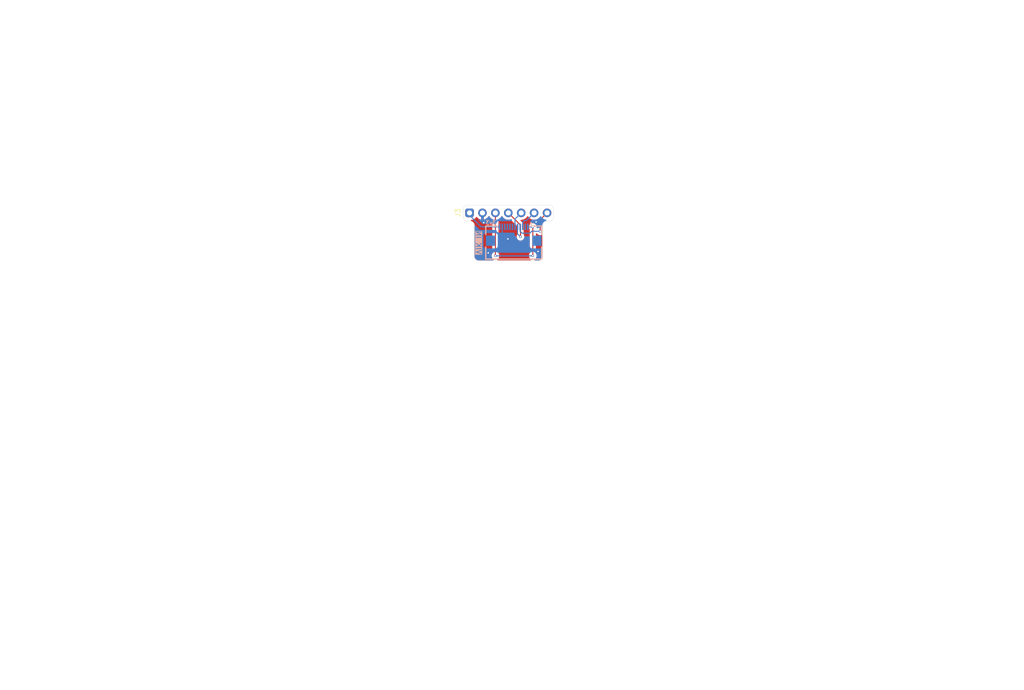
<source format=kicad_pcb>
(kicad_pcb (version 20221018) (generator pcbnew)
  (layers (0 "F.Cu" signal) (31 "B.Cu" signal) (34 "B.Paste" user) (35 "F.Paste" user) (36 "B.SilkS" user "B.Silkscreen") (37 "F.SilkS" user "F.Silkscreen") (38 "B.Mask" user) (39 "F.Mask" user) (44 "Edge.Cuts" user))
  (net 0 "")
  (net 1 "GND")
  (net 2 "+5V")
  (net 3 "rgb_led_in")
  (net 4 "GPIO_AD2")
  (net 5 "SDA")
  (net 6 "SCL")
  (net 7 "+3V3")
  (net 8 "MOSI")
  (net 9 "SPI_CS")
  (net 10 "MISO")
  (net 11 "SCLK")
  (net 12 "GPIO_AD1")
  (footprint "fingerpunch:Connector_THT_1x7_2.54" (layer "F.Cu") (at 170.695 100.425 90)
    (fp_text reference "J3" (at 0 -6.096 90) (layer "F.SilkS"))
    (fp_text value "Conn_01x07_Socket")
    (pad "1" thru_hole roundrect (at 0 -3.81 90) (size 1.7 1.7) (drill 1) (layers "*.Cu" "*.Mask") (net 7 "+3V3"))
    (pad "2" thru_hole oval (at 0 -1.27 90) (size 1.7 1.7) (drill 1) (layers "*.Cu" "*.Mask") (net 1 "GND"))
    (pad "3" thru_hole oval (at 0 1.27 90) (size 1.7 1.7) (drill 1) (layers "*.Cu" "*.Mask") (net 11 "SCLK"))
    (pad "4" thru_hole oval (at 0 3.81 90) (size 1.7 1.7) (drill 1) (layers "*.Cu" "*.Mask") (net 8 "MOSI"))
    (pad "5" thru_hole oval (at 0 6.35 90) (size 1.7 1.7) (drill 1) (layers "*.Cu" "*.Mask") (net 12 "GPIO_AD1"))
    (pad "6" thru_hole oval (at 0 8.89 90) (size 1.7 1.7) (drill 1) (layers "*.Cu" "*.Mask") (net 9 "SPI_CS"))
    (pad "7" thru_hole oval (at 0 11.43 90) (size 1.7 1.7) (drill 1) (layers "*.Cu" "*.Mask") (net 4 "GPIO_AD2"))
  )
  (footprint "vik:vik-module-connector-horizontal" (layer "B.Cu") (at 175.575 105.214 180)
    (fp_text reference "J1" hide)
    (fp_text value "~")
    (fp_text user "3v3" (at 3.375 2.414 unlocked) (layer "B.SilkS") (effects (font (size 0.75 0.75)) (justify left bottom mirror)))
    (fp_text user "VIK IN" (at 7.51 -3.45 270 unlocked) (layer "B.SilkS" knockout) (effects (justify left bottom mirror)))
    (fp_line (start -5.5 -4.295) (end -5.5 -1.912) (stroke (width 0.254)) (layer "B.SilkS"))
    (fp_line (start -5.5 0.539) (end -5.5 2.2) (stroke (width 0.254)) (layer "B.SilkS"))
    (fp_line (start -5.5 2.2) (end -3.131 2.2) (stroke (width 0.254)) (layer "B.SilkS"))
    (fp_line (start 5.5 -4.295) (end -5.5 -4.295) (stroke (width 0.254)) (layer "B.SilkS"))
    (fp_line (start 5.5 -4.295) (end 5.5 -1.912) (stroke (width 0.254)) (layer "B.SilkS"))
    (fp_line (start 5.5 0.539) (end 5.5 2.2) (stroke (width 0.254)) (layer "B.SilkS"))
    (fp_line (start 5.5 2.2) (end 3.131 2.2) (stroke (width 0.254)) (layer "B.SilkS"))
    (fp_circle (center -3.429 2.708) (end -3.302 2.708) (stroke (width 0.254)) (fill none) (layer "B.SilkS"))
    (pad "1" smd rect (at -2.75 2.038 180) (size 0.28 1.25) (layers "B.Cu" "B.Paste" "B.Mask") (net 11 "SCLK"))
    (pad "2" smd rect (at -2.25 2.038 180) (size 0.28 1.25) (layers "B.Cu" "B.Paste" "B.Mask") (net 10 "MISO"))
    (pad "3" smd rect (at -1.75 2.038 180) (size 0.28 1.25) (layers "B.Cu" "B.Paste" "B.Mask") (net 9 "SPI_CS"))
    (pad "4" smd rect (at -1.25 2.038 180) (size 0.28 1.25) (layers "B.Cu" "B.Paste" "B.Mask") (net 4 "GPIO_AD2"))
    (pad "5" smd rect (at -0.75 2.038 180) (size 0.28 1.25) (layers "B.Cu" "B.Paste" "B.Mask") (net 8 "MOSI"))
    (pad "6" smd rect (at -0.25 2.038 180) (size 0.28 1.25) (layers "B.Cu" "B.Paste" "B.Mask") (net 12 "GPIO_AD1"))
    (pad "7" smd rect (at 0.25 2.038 180) (size 0.28 1.25) (layers "B.Cu" "B.Paste" "B.Mask") (net 2 "+5V"))
    (pad "8" smd rect (at 0.75 2.038 180) (size 0.28 1.25) (layers "B.Cu" "B.Paste" "B.Mask") (net 3 "rgb_led_in"))
    (pad "9" smd rect (at 1.25 2.038 180) (size 0.28 1.25) (layers "B.Cu" "B.Paste" "B.Mask") (net 6 "SCL"))
    (pad "10" smd rect (at 1.75 2.038 180) (size 0.28 1.25) (layers "B.Cu" "B.Paste" "B.Mask") (net 5 "SDA"))
    (pad "11" smd rect (at 2.25 2.038 180) (size 0.28 1.25) (layers "B.Cu" "B.Paste" "B.Mask") (net 1 "GND"))
    (pad "12" smd rect (at 2.75 2.038 180) (size 0.28 1.25) (layers "B.Cu" "B.Paste" "B.Mask") (net 7 "+3V3"))
    (pad "13" smd rect (at 4.55 -0.686 180) (size 1.8 2) (layers "B.Cu" "B.Paste" "B.Mask"))
    (pad "14" smd rect (at -4.55 -0.686 180) (size 1.8 2) (layers "B.Cu" "B.Paste" "B.Mask"))
  )
  (gr_line (start 166.9 102.1) (end 166.5 102.1) (stroke (width 0.05)) (layer "Edge.Cuts"))
  (gr_line (start 168.65 109.875) (end 180.425 109.875) (stroke (width 0.05)) (layer "Edge.Cuts"))
  (gr_line (start 181.3 102.975) (end 181.3 109) (stroke (width 0.05)) (layer "Edge.Cuts"))
  (gr_line (start 167.775 102.975) (end 167.775 109) (stroke (width 0.05)) (layer "Edge.Cuts"))
  (gr_arc (start 181.3 109) (mid 181.043718 109.618718) (end 180.425 109.875) (stroke (width 0.05)) (layer "Edge.Cuts"))
  (gr_arc (start 168.65 109.875) (mid 168.031282 109.618718) (end 167.775 109) (stroke (width 0.05)) (layer "Edge.Cuts"))
  (gr_line (start 182.525 102.1) (end 182.175 102.1) (stroke (width 0.05)) (layer "Edge.Cuts"))
  (gr_arc (start 181.3 102.975) (mid 181.556282 102.356282) (end 182.175 102.1) (stroke (width 0.05)) (layer "Edge.Cuts"))
  (gr_line (start 182.525 98.9) (end 166.5 98.9) (stroke (width 0.05)) (layer "Edge.Cuts"))
  (gr_arc (start 182.525 98.9) (mid 183.148896 99.168782) (end 183.4 99.8) (stroke (width 0.05)) (layer "Edge.Cuts"))
  (gr_line (start 183.4 99.8) (end 183.4 101.225) (stroke (width 0.05)) (layer "Edge.Cuts"))
  (gr_arc (start 183.4 101.225) (mid 183.143718 101.843718) (end 182.525 102.1) (stroke (width 0.05)) (layer "Edge.Cuts"))
  (gr_arc (start 166.9 102.1) (mid 167.518718 102.356282) (end 167.775 102.975) (stroke (width 0.05)) (layer "Edge.Cuts"))
  (gr_arc (start 166.5 102.1) (mid 165.881282 101.843718) (end 165.625 101.225) (stroke (width 0.05)) (layer "Edge.Cuts"))
  (gr_line (start 165.625 99.775) (end 165.625 101.225) (stroke (width 0.05)) (layer "Edge.Cuts"))
  (gr_arc (start 165.625 99.775) (mid 165.881282 99.156282) (end 166.5 98.9) (stroke (width 0.05)) (layer "Edge.Cuts"))
  (via (at 180.35 108) (size 0.5) (drill 0.3) (layers "F.Cu" "B.Cu") (net 1))
  (via (at 174.425 105.55) (size 0.5) (drill 0.3) (layers "F.Cu" "B.Cu") (net 1))
  (via (at 169.675 102.35) (size 0.5) (drill 0.3) (layers "F.Cu" "B.Cu") (net 1))
  (via (at 179.975 102.2) (size 0.5) (drill 0.3) (layers "F.Cu" "B.Cu") (net 1))
  (via (at 170.55 108.3) (size 0.5) (drill 0.3) (layers "F.Cu" "B.Cu") (net 1))
  (segment (start 169.425 102.1) (end 169.675 102.35) (width 0.2) (layer "B.Cu") (net 1))
  (segment (start 169.425 100.425) (end 169.425 102.1) (width 0.2) (layer "B.Cu") (net 1))
  (segment (start 173.325 103.176) (end 173.325 104.45) (width 0.2) (layer "B.Cu") (net 1))
  (segment (start 173.325 104.45) (end 174.425 105.55) (width 0.2) (layer "B.Cu") (net 1))
  (segment (start 180.775 104.05) (end 180.775 101.775) (width 0.2) (layer "F.Cu") (net 4))
  (segment (start 180.775 101.775) (end 182.125 100.425) (width 0.2) (layer "F.Cu") (net 4))
  (via (at 180.775 104.05) (size 0.5) (drill 0.3) (layers "F.Cu" "B.Cu") (net 4))
  (segment (start 178.175 104.425) (end 178.725 104.425) (width 0.2) (layer "B.Cu") (net 4))
  (segment (start 178.925 104.225) (end 179.1 104.05) (width 0.2) (layer "B.Cu") (net 4))
  (segment (start 178.725 104.425) (end 178.925 104.225) (width 0.2) (layer "B.Cu") (net 4))
  (segment (start 179.1 104.05) (end 180.775 104.05) (width 0.2) (layer "B.Cu") (net 4))
  (segment (start 177.2 104.425) (end 178.175 104.425) (width 0.2) (layer "B.Cu") (net 4))
  (segment (start 176.825 103.176) (end 176.825 104.05) (width 0.2) (layer "B.Cu") (net 4))
  (segment (start 176.825 104.05) (end 176.975 104.2) (width 0.2) (layer "B.Cu") (net 4))
  (segment (start 176.975 104.2) (end 177.2 104.425) (width 0.2) (layer "B.Cu") (net 4))
  (segment (start 172.825 103.176) (end 169.176 103.176) (width 0.2) (layer "B.Cu") (net 7))
  (segment (start 166.885 100.885) (end 166.885 100.425) (width 0.2) (layer "B.Cu") (net 7))
  (segment (start 169.176 103.176) (end 166.885 100.885) (width 0.2) (layer "B.Cu") (net 7))
  (segment (start 176.9 102.82) (end 176.9 105.125) (width 0.2) (layer "F.Cu") (net 8))
  (segment (start 174.505 100.425) (end 176.9 102.82) (width 0.2) (layer "F.Cu") (net 8))
  (via (at 176.9 105.125) (size 0.5) (drill 0.3) (layers "F.Cu" "B.Cu") (net 8))
  (segment (start 176.325 103.176) (end 176.325 104.55) (width 0.2) (layer "B.Cu") (net 8))
  (segment (start 176.325 104.55) (end 176.9 105.125) (width 0.2) (layer "B.Cu") (net 8))
  (segment (start 177.325 102.25) (end 177.65 101.925) (width 0.2) (layer "B.Cu") (net 9))
  (segment (start 178.085 101.925) (end 179.585 100.425) (width 0.2) (layer "B.Cu") (net 9))
  (segment (start 177.325 103.176) (end 177.325 102.25) (width 0.2) (layer "B.Cu") (net 9))
  (segment (start 177.65 101.925) (end 178.085 101.925) (width 0.2) (layer "B.Cu") (net 9))
  (segment (start 179.325 103.875) (end 179.325 103.2) (width 0.2) (layer "F.Cu") (net 11))
  (segment (start 171.965 108.865) (end 171.975 108.875) (width 0.2) (layer "F.Cu") (net 11))
  (segment (start 179.325 108.85) (end 179.325 103.875) (width 0.2) (layer "F.Cu") (net 11))
  (segment (start 171.965 100.425) (end 171.965 108.865) (width 0.2) (layer "F.Cu") (net 11))
  (via (at 179.325 108.85) (size 0.5) (drill 0.3) (layers "F.Cu" "B.Cu") (net 11))
  (via (at 179.325 103.2) (size 0.5) (drill 0.3) (layers "F.Cu" "B.Cu") (net 11))
  (via (at 171.975 108.875) (size 0.5) (drill 0.3) (layers "F.Cu" "B.Cu") (net 11))
  (segment (start 171.975 108.875) (end 179.3 108.875) (width 0.2) (layer "B.Cu") (net 11))
  (segment (start 179.3 108.875) (end 179.325 108.85) (width 0.2) (layer "B.Cu") (net 11))
  (segment (start 178.349 103.2) (end 178.325 103.176) (width 0.2) (layer "B.Cu") (net 11))
  (segment (start 179.325 103.2) (end 178.349 103.2) (width 0.2) (layer "B.Cu") (net 11))
  (segment (start 177.045 100.425) (end 175.825 101.645) (width 0.2) (layer "B.Cu") (net 12))
  (segment (start 175.825 101.645) (end 175.825 103.176) (width 0.2) (layer "B.Cu") (net 12))
  (zone (net 1) (net_name "GND") (layers "F&B.Cu") (connect_pads (clearance 0.508)) (min_thickness 0.254) (fill yes (thermal_gap 0.508) (thermal_bridge_width 0.508))
    (polygon (pts (xy 275.91 59.07) (xy 275.59 193.26) (xy 74.78 194.21) (xy 74.56 58.57)))
  )
)
</source>
